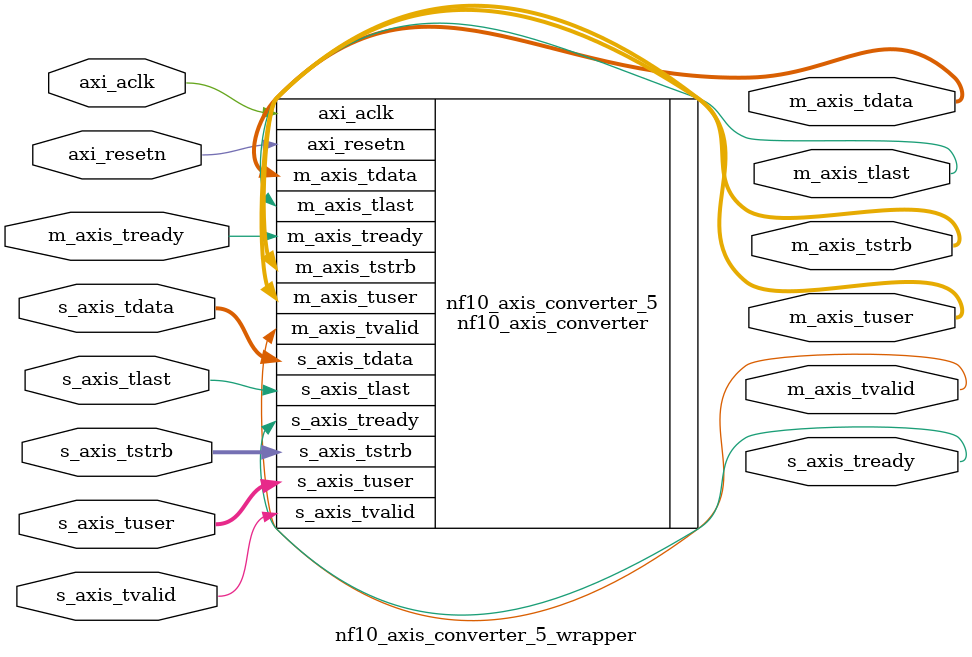
<source format=v>

module nf10_axis_converter_5_wrapper
  (
    axi_aclk,
    axi_resetn,
    m_axis_tdata,
    m_axis_tstrb,
    m_axis_tuser,
    m_axis_tvalid,
    m_axis_tready,
    m_axis_tlast,
    s_axis_tdata,
    s_axis_tstrb,
    s_axis_tuser,
    s_axis_tvalid,
    s_axis_tready,
    s_axis_tlast
  );
  input axi_aclk;
  input axi_resetn;
  output [63:0] m_axis_tdata;
  output [7:0] m_axis_tstrb;
  output [127:0] m_axis_tuser;
  output m_axis_tvalid;
  input m_axis_tready;
  output m_axis_tlast;
  input [255:0] s_axis_tdata;
  input [31:0] s_axis_tstrb;
  input [127:0] s_axis_tuser;
  input s_axis_tvalid;
  output s_axis_tready;
  input s_axis_tlast;

  nf10_axis_converter
    #(
      .C_M_AXIS_DATA_WIDTH ( 64 ),
      .C_S_AXIS_DATA_WIDTH ( 256 ),
      .C_M_AXIS_TUSER_WIDTH ( 128 ),
      .C_S_AXIS_TUSER_WIDTH ( 128 ),
      .C_LEN_WIDTH ( 16 ),
      .C_SPT_WIDTH ( 8 ),
      .C_DPT_WIDTH ( 8 ),
      .C_DEFAULT_VALUE_ENABLE ( 0 ),
      .C_DEFAULT_SRC_PORT ( 8'h00 ),
      .C_DEFAULT_DST_PORT ( 8'h00 )
    )
    nf10_axis_converter_5 (
      .axi_aclk ( axi_aclk ),
      .axi_resetn ( axi_resetn ),
      .m_axis_tdata ( m_axis_tdata ),
      .m_axis_tstrb ( m_axis_tstrb ),
      .m_axis_tuser ( m_axis_tuser ),
      .m_axis_tvalid ( m_axis_tvalid ),
      .m_axis_tready ( m_axis_tready ),
      .m_axis_tlast ( m_axis_tlast ),
      .s_axis_tdata ( s_axis_tdata ),
      .s_axis_tstrb ( s_axis_tstrb ),
      .s_axis_tuser ( s_axis_tuser ),
      .s_axis_tvalid ( s_axis_tvalid ),
      .s_axis_tready ( s_axis_tready ),
      .s_axis_tlast ( s_axis_tlast )
    );

endmodule


</source>
